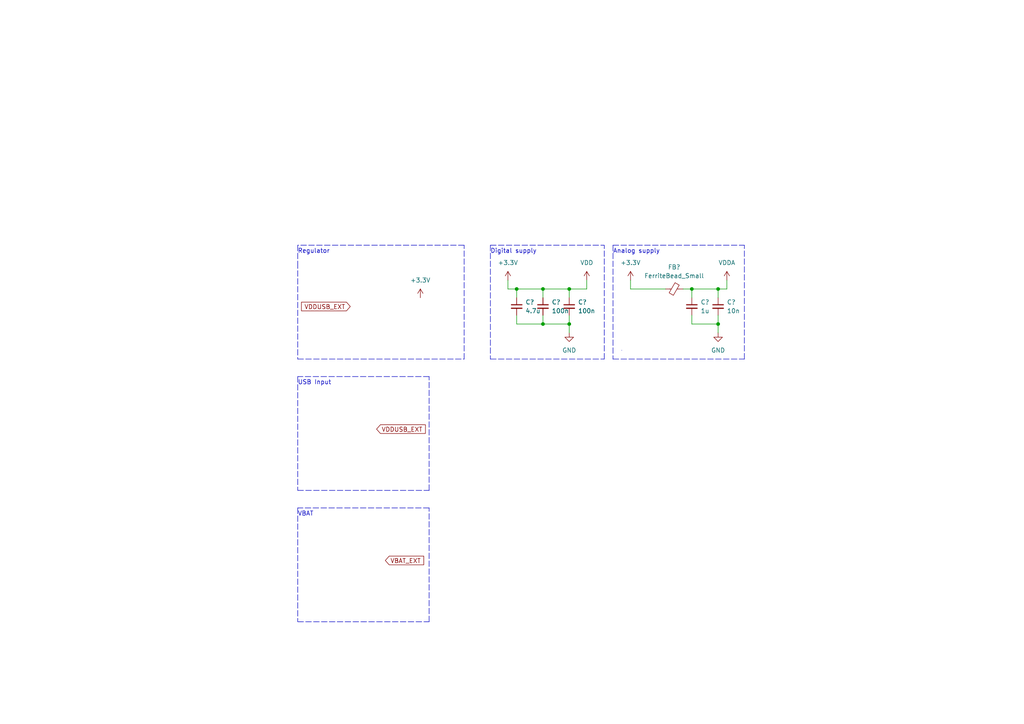
<source format=kicad_sch>
(kicad_sch (version 20211123) (generator eeschema)
  (paper "A4")
  (lib_symbols
    (symbol "Device:C_Small" (pin_numbers hide) (pin_names (offset 0.254) hide)
      (property "Reference" "C" (at 0.254 1.778 0))
      (property "Value" "C_Small" (at 0.254 -2.032 0))
      (symbol "C_Small_0_1"
        (polyline (pts (xy -1.524 -0.508) (xy 1.524 -0.508)) (stroke (width 0.3302)))
        (polyline (pts (xy -1.524 0.508) (xy 1.524 0.508)) (stroke (width 0.3048)))
      )
      (symbol "C_Small_1_1"
        (pin passive line (at 0 2.54 270) (length 2.032) (name "~") (number "1"))
        (pin passive line (at 0 -2.54 90) (length 2.032) (name "~") (number "2"))
      )
    )
    (symbol "Device:FerriteBead_Small" (pin_numbers hide) (pin_names (offset 0))
      (property "Reference" "FB" (at 1.905 1.27 0))
      (property "Value" "FerriteBead_Small" (at 1.905 -1.27 0))
      (symbol "FerriteBead_Small_0_1"
        (polyline (pts (xy 0 -1.27) (xy 0 -0.7874)))
        (polyline (pts (xy 0 0.889) (xy 0 1.2954)))
        (polyline (pts (xy -1.8288 0.2794) (xy -1.1176 1.4986) (xy 1.8288 -0.2032) (xy 1.1176 -1.4224) (xy -1.8288 0.2794)))
      )
      (symbol "FerriteBead_Small_1_1"
        (pin passive line (at 0 2.54 270) (length 1.27) (name "~") (number "1"))
        (pin passive line (at 0 -2.54 90) (length 1.27) (name "~") (number "2"))
      )
    )
    (symbol "power:+3.3V" (power) (pin_names (offset 0))
      (property "Value" "+3.3V" (at 0 3.556 0))
      (symbol "+3.3V_0_1"
        (polyline (pts (xy -0.762 1.27) (xy 0 2.54)))
        (polyline (pts (xy 0 0) (xy 0 2.54)))
        (polyline (pts (xy 0 2.54) (xy 0.762 1.27)))
      )
      (symbol "+3.3V_1_1"
        (pin power_in line (at 0 0 90) (length 0) hide (name "+3.3V") (number "1"))
      )
    )
    (symbol "power:GND" (power) (pin_names (offset 0))
      (property "Value" "GND" (at 0 -3.81 0))
      (symbol "GND_0_1"
        (polyline (pts (xy 0 0) (xy 0 -1.27) (xy 1.27 -1.27) (xy 0 -2.54) (xy -1.27 -1.27) (xy 0 -1.27)))
      )
      (symbol "GND_1_1"
        (pin power_in line (at 0 0 270) (length 0) hide (name "GND") (number "1"))
      )
    )
    (symbol "power:VDD" (power) (pin_names (offset 0))
      (property "Value" "VDD" (at 0 3.81 0))
      (symbol "VDD_0_1"
        (polyline (pts (xy -0.762 1.27) (xy 0 2.54)))
        (polyline (pts (xy 0 0) (xy 0 2.54)))
        (polyline (pts (xy 0 2.54) (xy 0.762 1.27)))
      )
      (symbol "VDD_1_1"
        (pin power_in line (at 0 0 90) (length 0) hide (name "VDD") (number "1"))
      )
    )
    (symbol "power:VDDA" (power) (pin_names (offset 0))
      (property "Value" "VDDA" (at 0 3.81 0))
      (symbol "VDDA_0_1"
        (polyline (pts (xy -0.762 1.27) (xy 0 2.54)))
        (polyline (pts (xy 0 0) (xy 0 2.54)))
        (polyline (pts (xy 0 2.54) (xy 0.762 1.27)))
      )
      (symbol "VDDA_1_1"
        (pin power_in line (at 0 0 90) (length 0) hide (name "VDDA") (number "1"))
      )
    )
  )
  (junction (at 208.28 93.98))
  (junction (at 200.66 83.82))
  (junction (at 157.48 83.82))
  (junction (at 165.1 93.98))
  (junction (at 165.1 83.82))
  (junction (at 149.86 83.82))
  (junction (at 208.28 83.82))
  (junction (at 157.48 93.98))
  (polyline (pts (xy 175.26 104.14) (xy 175.26 71.12)))
  (polyline (pts (xy 86.36 76.2) (xy 86.36 104.14)))
  (wire (pts (xy 200.66 93.98) (xy 208.28 93.98)))
  (wire (pts (xy 208.28 91.44) (xy 208.28 93.98)))
  (wire (pts (xy 208.28 83.82) (xy 208.28 86.36)))
  (wire (pts (xy 165.1 93.98) (xy 165.1 96.52)))
  (wire (pts (xy 182.88 81.28) (xy 182.88 83.82)))
  (wire (pts (xy 200.66 83.82) (xy 208.28 83.82)))
  (wire (pts (xy 149.86 93.98) (xy 157.48 93.98)))
  (polyline (pts (xy 124.46 147.32) (xy 86.36 147.32)))
  (polyline (pts (xy 177.8 71.12) (xy 177.8 104.14)))
  (wire (pts (xy 208.28 83.82) (xy 210.82 83.82)))
  (wire (pts (xy 165.1 83.82) (xy 165.1 86.36)))
  (polyline (pts (xy 86.36 104.14) (xy 134.62 104.14)))
  (wire (pts (xy 208.28 93.98) (xy 208.28 96.52)))
  (wire (pts (xy 149.86 83.82) (xy 157.48 83.82)))
  (wire (pts (xy 165.1 91.44) (xy 165.1 93.98)))
  (wire (pts (xy 198.12 83.82) (xy 200.66 83.82)))
  (polyline (pts (xy 124.46 180.34) (xy 124.46 147.32)))
  (polyline (pts (xy 142.24 71.12) (xy 142.24 104.14)))
  (wire (pts (xy 149.86 86.36) (xy 149.86 83.82)))
  (polyline (pts (xy 86.36 71.12) (xy 86.36 76.2)))
  (wire (pts (xy 170.18 81.28) (xy 170.18 83.82)))
  (wire (pts (xy 200.66 91.44) (xy 200.66 93.98)))
  (polyline (pts (xy 124.46 109.22) (xy 86.36 109.22)))
  (wire (pts (xy 157.48 93.98) (xy 165.1 93.98)))
  (polyline (pts (xy 86.36 109.22) (xy 86.36 142.24)))
  (wire (pts (xy 210.82 81.28) (xy 210.82 83.82)))
  (polyline (pts (xy 142.24 104.14) (xy 175.26 104.14)))
  (wire (pts (xy 147.32 81.28) (xy 147.32 83.82)))
  (polyline (pts (xy 180.34 101.6) (xy 180.34 101.6)))
  (polyline (pts (xy 142.24 71.12) (xy 175.26 71.12)))
  (polyline (pts (xy 86.36 142.24) (xy 124.46 142.24)))
  (polyline (pts (xy 177.8 104.14) (xy 215.9 104.14)))
  (polyline (pts (xy 86.36 180.34) (xy 124.46 180.34)))
  (polyline (pts (xy 215.9 104.14) (xy 215.9 71.12)))
  (polyline (pts (xy 86.36 147.32) (xy 86.36 180.34)))
  (wire (pts (xy 149.86 91.44) (xy 149.86 93.98)))
  (wire (pts (xy 147.32 83.82) (xy 149.86 83.82)))
  (polyline (pts (xy 177.8 71.12) (xy 215.9 71.12)))
  (wire (pts (xy 157.48 83.82) (xy 157.48 86.36)))
  (wire (pts (xy 157.48 83.82) (xy 165.1 83.82)))
  (polyline (pts (xy 124.46 142.24) (xy 124.46 109.22)))
  (wire (pts (xy 165.1 83.82) (xy 170.18 83.82)))
  (polyline (pts (xy 134.62 71.12) (xy 86.36 71.12)))
  (wire (pts (xy 200.66 83.82) (xy 200.66 86.36)))
  (wire (pts (xy 182.88 83.82) (xy 193.04 83.82)))
  (polyline (pts (xy 134.62 104.14) (xy 134.62 71.12)))
  (wire (pts (xy 157.48 93.98) (xy 157.48 91.44)))
  (text "Analog supply\n" (at 177.8 73.66 0) (effects (font (size 1.27 1.27)) (justify left bottom)))
  (text "Digital supply" (at 142.24 73.66 0) (effects (font (size 1.27 1.27)) (justify left bottom)))
  (text "VBAT" (at 86.36 149.86 0) (effects (font (size 1.27 1.27)) (justify left bottom)))
  (text "Regulator" (at 86.36 73.66 0) (effects (font (size 1.27 1.27)) (justify left bottom)))
  (text "USB Input" (at 86.36 111.76 0) (effects (font (size 1.27 1.27)) (justify left bottom)))
  (global_label "VBAT_EXT" (shape input) (at 111.76 162.56 0) (property "Intersheet References" "${INTERSHEET_REFS}" (effects hide)))
  (global_label "VDDUSB_EXT" (shape input) (at 109.22 124.46 0) (property "Intersheet References" "${INTERSHEET_REFS}" (effects hide)))
  (global_label "VDDUSB_EXT" (shape input) (at 101.6 88.9 180) (property "Intersheet References" "${INTERSHEET_REFS}" (effects hide)))
  (symbol (lib_id "Device:C_Small") (at 200.66 88.9 0) (unit 1)
    (property "Reference" "C?" (at 203.2 87.6362 0) (effects (justify left)))
    (property "Value" "1u" (at 203.2 90.1762 0) (effects (justify left)))
    (property "Footprint" "Capacitor_SMD:C_0603_1608Metric" (effects hide))
  )
  (symbol (lib_id "power:VDDA") (at 210.82 81.28 0) (unit 1)
    (property "Reference" "#PWR?" (effects hide))
    (property "Value" "VDDA" (at 210.82 76.2 0))
  )
  (symbol (lib_id "power:+3.3V") (at 147.32 81.28 0) (unit 1)
    (property "Reference" "#PWR?" (effects hide))
    (property "Value" "+3.3V" (at 147.32 76.2 0))
  )
  (symbol (lib_id "Device:C_Small") (at 149.86 88.9 0) (unit 1)
    (property "Reference" "C?" (at 152.4 87.6362 0) (effects (justify left)))
    (property "Value" "4.7u" (at 152.4 90.1762 0) (effects (justify left)))
    (property "Footprint" "Capacitor_SMD:C_0603_1608Metric" (effects hide))
  )
  (symbol (lib_id "Device:C_Small") (at 208.28 88.9 0) (unit 1)
    (property "Reference" "C?" (at 210.82 87.6362 0) (effects (justify left)))
    (property "Value" "10n" (at 210.82 90.1762 0) (effects (justify left)))
    (property "Footprint" "Capacitor_SMD:C_0603_1608Metric" (effects hide))
  )
  (symbol (lib_id "power:GND") (at 165.1 96.52 0) (unit 1)
    (property "Reference" "#PWR?" (effects hide))
    (property "Value" "GND" (at 165.1 101.6 0))
  )
  (symbol (lib_id "power:+3.3V") (at 182.88 81.28 0) (unit 1)
    (property "Reference" "#PWR?" (effects hide))
    (property "Value" "+3.3V" (at 182.88 76.2 0))
  )
  (symbol (lib_id "power:VDD") (at 170.18 81.28 0) (unit 1)
    (property "Reference" "#PWR?" (effects hide))
    (property "Value" "VDD" (at 170.18 76.2 0))
  )
  (symbol (lib_id "power:+3.3V") (at 121.92 86.36 0) (unit 1)
    (property "Reference" "#PWR?" (effects hide))
    (property "Value" "+3.3V" (at 121.92 81.28 0))
  )
  (symbol (lib_id "Device:C_Small") (at 157.48 88.9 0) (unit 1)
    (property "Reference" "C?" (at 160.02 87.6362 0) (effects (justify left)))
    (property "Value" "100n" (at 160.02 90.1762 0) (effects (justify left)))
    (property "Footprint" "Capacitor_SMD:C_0603_1608Metric" (effects hide))
  )
  (symbol (lib_id "power:GND") (at 208.28 96.52 0) (unit 1)
    (property "Reference" "#PWR?" (effects hide))
    (property "Value" "GND" (at 208.28 101.6 0))
  )
  (symbol (lib_id "Device:FerriteBead_Small") (at 195.58 83.82 90) (unit 1)
    (property "Reference" "FB?" (at 195.5419 77.47 90))
    (property "Value" "FerriteBead_Small" (at 195.5419 80.01 90))
  )
  (symbol (lib_id "Device:C_Small") (at 165.1 88.9 0) (unit 1)
    (property "Reference" "C?" (at 167.64 87.6362 0) (effects (justify left)))
    (property "Value" "100n" (at 167.64 90.1762 0) (effects (justify left)))
    (property "Footprint" "Capacitor_SMD:C_0603_1608Metric" (effects hide))
  )
)
</source>
